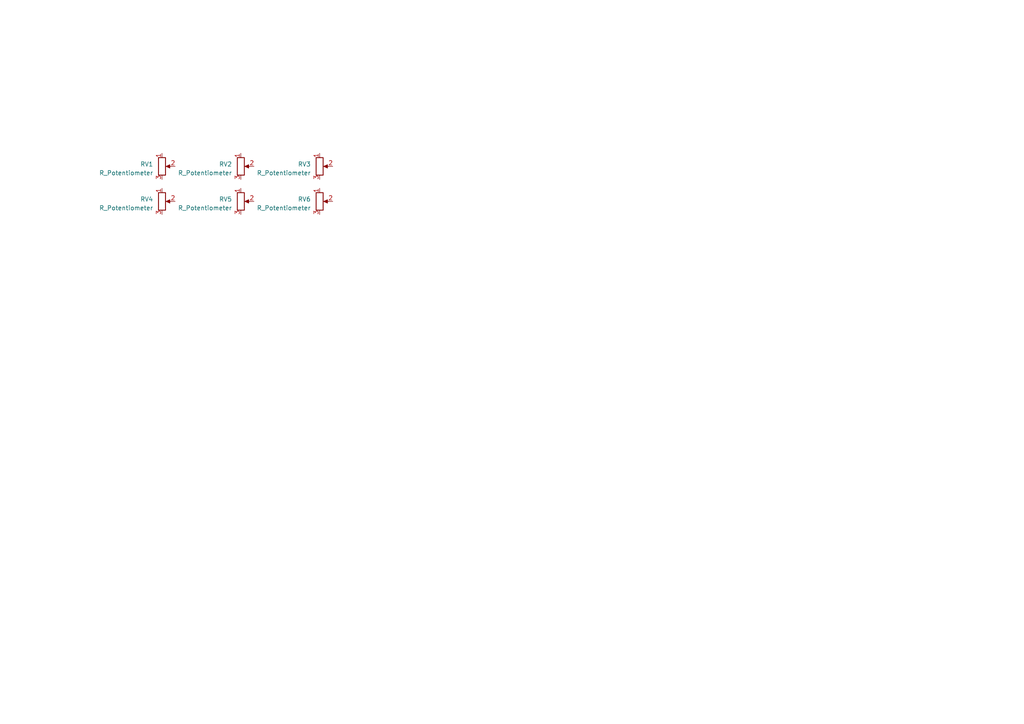
<source format=kicad_sch>
(kicad_sch (version 20230121) (generator eeschema)
  (paper "A4")
  (lib_symbols
    (symbol "Device:R_Potentiometer" (pin_names (offset 1.016) hide)
      (property "Reference" "RV" (at -4.445 0 90))
      (property "Value" "R_Potentiometer" (at -2.54 0 90))
      (symbol "R_Potentiometer_0_1"
        (polyline (pts (xy 2.54 0) (xy 1.524 0)))
        (polyline (pts (xy 1.143 0) (xy 2.286 0.508) (xy 2.286 -0.508) (xy 1.143 0)) (fill (type outline)))
        (rectangle (start 1.016 2.54) (end -1.016 -2.54) (stroke (width 0.254)))
      )
      (symbol "R_Potentiometer_1_1"
        (pin passive line (at 0 3.81 270) (length 1.27) (name "1") (number "1"))
        (pin passive line (at 3.81 0 180) (length 1.27) (name "2") (number "2"))
        (pin passive line (at 0 -3.81 90) (length 1.27) (name "3") (number "3"))
      )
    )
  )
  (symbol (lib_id "Device:R_Potentiometer") (at 46.99 58.42 0) (unit 1)
    (property "Reference" "RV4" (at 44.45 57.785 0) (effects (justify right)))
    (property "Value" "R_Potentiometer" (at 44.45 60.325 0) (effects (justify right)))
    (property "Footprint" "Potentiometer_THT:Potentiometer_Piher_T-16L_Single_Vertical_Hole" (effects hide))
  )
  (symbol (lib_id "Device:R_Potentiometer") (at 69.85 48.26 0) (unit 1)
    (property "Reference" "RV2" (at 67.31 47.625 0) (effects (justify right)))
    (property "Value" "R_Potentiometer" (at 67.31 50.165 0) (effects (justify right)))
    (property "Footprint" "Potentiometer_THT:Potentiometer_Piher_T-16L_Single_Vertical_Hole" (effects hide))
  )
  (symbol (lib_id "Device:R_Potentiometer") (at 69.85 58.42 0) (unit 1)
    (property "Reference" "RV5" (at 67.31 57.785 0) (effects (justify right)))
    (property "Value" "R_Potentiometer" (at 67.31 60.325 0) (effects (justify right)))
    (property "Footprint" "Potentiometer_THT:Potentiometer_Piher_T-16L_Single_Vertical_Hole" (effects hide))
  )
  (symbol (lib_id "Device:R_Potentiometer") (at 46.99 48.26 0) (unit 1)
    (property "Reference" "RV1" (at 44.45 47.625 0) (effects (justify right)))
    (property "Value" "R_Potentiometer" (at 44.45 50.165 0) (effects (justify right)))
    (property "Footprint" "Potentiometer_THT:Potentiometer_Piher_T-16L_Single_Vertical_Hole" (effects hide))
  )
  (symbol (lib_id "Device:R_Potentiometer") (at 92.71 48.26 0) (unit 1)
    (property "Reference" "RV3" (at 90.17 47.625 0) (effects (justify right)))
    (property "Value" "R_Potentiometer" (at 90.17 50.165 0) (effects (justify right)))
    (property "Footprint" "Potentiometer_THT:Potentiometer_Piher_T-16L_Single_Vertical_Hole" (effects hide))
  )
  (symbol (lib_id "Device:R_Potentiometer") (at 92.71 58.42 0) (unit 1)
    (property "Reference" "RV6" (at 90.17 57.785 0) (effects (justify right)))
    (property "Value" "R_Potentiometer" (at 90.17 60.325 0) (effects (justify right)))
    (property "Footprint" "Potentiometer_THT:Potentiometer_Piher_T-16L_Single_Vertical_Hole" (effects hide))
  )
)
</source>
